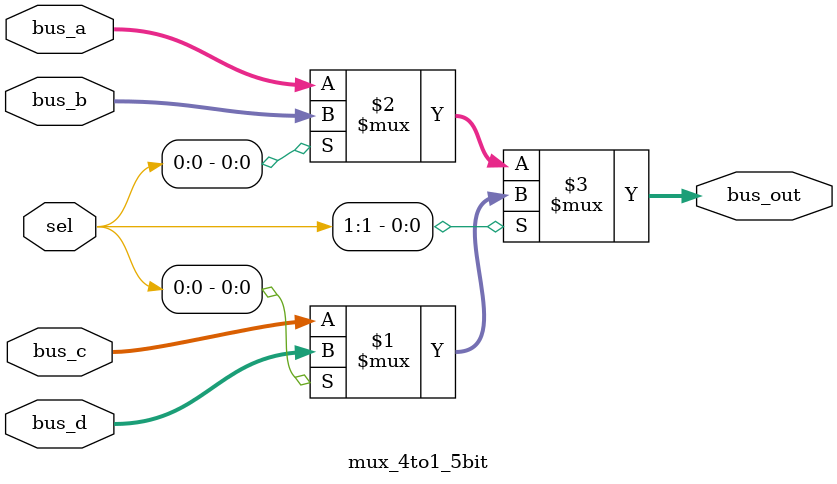
<source format=v>
module mux_4to1_5bit(
	input wire [4:0] bus_a,
	input wire [4:0] bus_b,
	input wire [4:0] bus_c,
	input wire [4:0] bus_d,
	input wire [1:0] sel,
	
	output wire [4:0] bus_out

);

assign bus_out = (sel[1]) ? ((sel[0]) ? (bus_d) : (bus_c)) : ((sel[0]) ? (bus_b) : (bus_a));

endmodule
</source>
